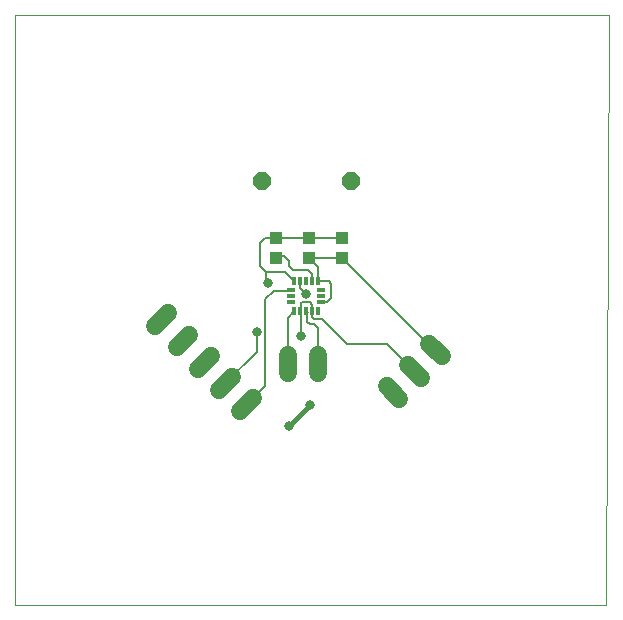
<source format=gtl>
G75*
%MOIN*%
%OFA0B0*%
%FSLAX24Y24*%
%IPPOS*%
%LPD*%
%AMOC8*
5,1,8,0,0,1.08239X$1,22.5*
%
%ADD10C,0.0000*%
%ADD11R,0.0315X0.0118*%
%ADD12R,0.0118X0.0315*%
%ADD13R,0.0394X0.0433*%
%ADD14C,0.0600*%
%ADD15OC8,0.0600*%
%ADD16C,0.0080*%
%ADD17C,0.0317*%
%ADD18C,0.0160*%
%ADD19C,0.0100*%
D10*
X000112Y000100D02*
X000100Y019777D01*
X019899Y019789D01*
X019797Y000100D01*
X000112Y000100D01*
D11*
X009310Y010203D03*
X009310Y010400D03*
X009310Y010597D03*
X010314Y010597D03*
X010314Y010400D03*
X010314Y010203D03*
D12*
X010206Y009898D03*
X010009Y009898D03*
X009812Y009898D03*
X009615Y009898D03*
X009418Y009898D03*
X009418Y010902D03*
X009615Y010902D03*
X009812Y010902D03*
X010009Y010902D03*
X010206Y010902D03*
D13*
X009912Y011665D03*
X009912Y012335D03*
X008812Y012335D03*
X008812Y011665D03*
X011012Y011665D03*
X011012Y012335D03*
D14*
X013907Y008819D02*
X014331Y008395D01*
X013624Y007688D02*
X013200Y008112D01*
X012493Y007405D02*
X012917Y006981D01*
X010212Y007850D02*
X010212Y008450D01*
X009212Y008450D02*
X009212Y007850D01*
X008038Y006998D02*
X007614Y006574D01*
X006907Y007281D02*
X007331Y007705D01*
X006624Y008412D02*
X006200Y007988D01*
X005493Y008695D02*
X005917Y009119D01*
X005210Y009826D02*
X004785Y009402D01*
D15*
X008322Y014230D03*
X011312Y014240D03*
D16*
X011012Y012335D02*
X009912Y012335D01*
X008436Y012335D01*
X008262Y012160D01*
X008262Y011410D01*
X008462Y011210D01*
X008462Y010890D01*
X008522Y010830D01*
X008722Y010590D02*
X009303Y010590D01*
X009310Y010597D01*
X009418Y010902D02*
X009110Y011210D01*
X008462Y011210D01*
X008812Y011665D02*
X008896Y011750D01*
X009062Y011750D01*
X009232Y011580D01*
X009232Y011410D01*
X009372Y011270D01*
X009872Y011270D01*
X010009Y011133D01*
X010009Y010902D01*
X010206Y010902D02*
X010570Y010902D01*
X010652Y010820D01*
X010652Y010350D01*
X010512Y010210D01*
X010321Y010210D01*
X010314Y010203D01*
X010009Y010123D02*
X009922Y010210D01*
X009682Y010210D01*
X009632Y010160D01*
X009632Y009915D01*
X009632Y009070D01*
X009932Y009460D02*
X009822Y009540D01*
X009822Y009888D01*
X010002Y009891D02*
X010002Y009700D01*
X010072Y009630D01*
X010352Y009630D01*
X011182Y008800D01*
X012502Y008800D01*
X013402Y007900D01*
X013412Y007900D01*
X014070Y008607D02*
X011012Y011665D01*
X009912Y011665D01*
X010206Y011372D01*
X010206Y010902D01*
X009802Y010490D02*
X009615Y010677D01*
X009615Y010902D01*
X010009Y010123D02*
X010009Y009898D01*
X010002Y009891D01*
X009632Y009915D02*
X009615Y009898D01*
X009418Y009898D02*
X009212Y009672D01*
X009212Y008150D01*
X008452Y007410D02*
X008452Y010320D01*
X008722Y010590D01*
X009932Y009460D02*
X010072Y009460D01*
X010212Y009340D01*
X010212Y008150D01*
X008452Y007410D02*
X007828Y006786D01*
X007826Y006786D01*
X007119Y007493D02*
X008162Y008536D01*
X008162Y009200D01*
X008812Y012335D02*
X009912Y012335D01*
X014070Y008607D02*
X014119Y008607D01*
D17*
X009922Y006770D03*
X009242Y006080D03*
X009632Y009070D03*
X009802Y010490D03*
X008522Y010830D03*
X008162Y009200D03*
D18*
X009922Y006770D02*
X009242Y006090D01*
X009242Y006080D01*
D19*
X009822Y009888D02*
X009812Y009898D01*
M02*

</source>
